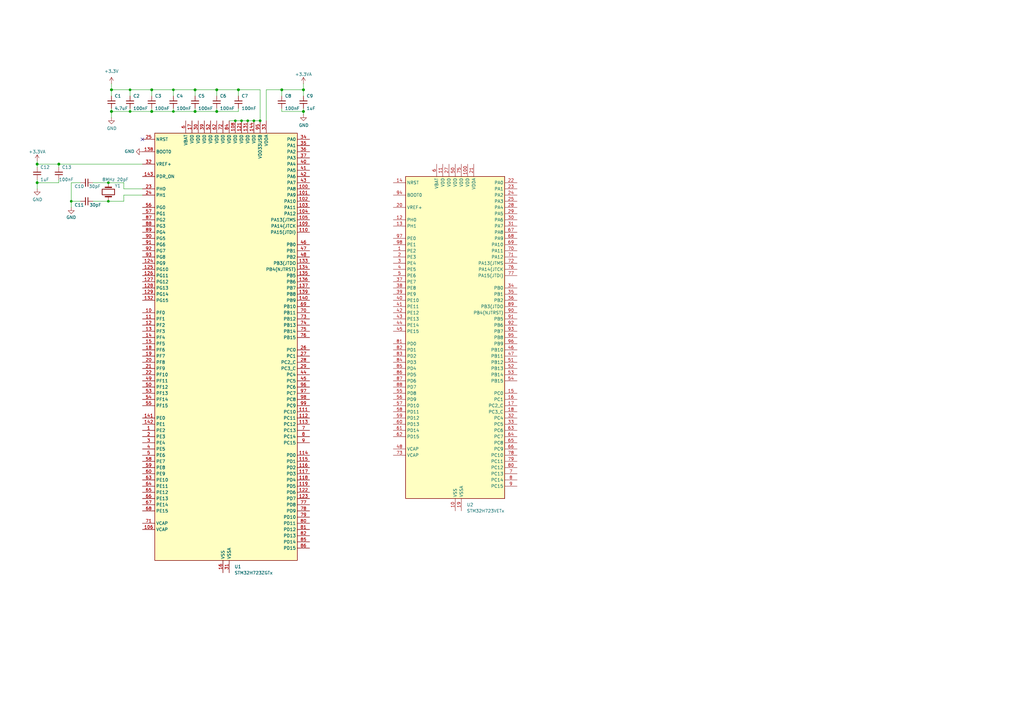
<source format=kicad_sch>
(kicad_sch (version 20231120) (generator "eeschema") (generator_version "8.0")
  (paper "A3")
  (lib_symbols
    (symbol "Device:C_Small" (pin_numbers hide) (pin_names (offset 0.254) hide)
      (property "Reference" "C" (at 0.254 1.778 0))
      (property "Value" "C_Small" (at 0.254 -2.032 0))
      (symbol "C_Small_0_1"
        (polyline (pts (xy -1.524 -0.508) (xy 1.524 -0.508)) (stroke (width 0.3302)))
        (polyline (pts (xy -1.524 0.508) (xy 1.524 0.508)) (stroke (width 0.3048)))
      )
      (symbol "C_Small_1_1"
        (pin passive line (at 0 2.54 270) (length 2.032) (name "~") (number "1"))
        (pin passive line (at 0 -2.54 90) (length 2.032) (name "~") (number "2"))
      )
    )
    (symbol "Device:Crystal" (pin_numbers hide) (pin_names (offset 1.016) hide)
      (property "Reference" "Y" (at 0 3.81 0))
      (property "Value" "Crystal" (at 0 -3.81 0))
      (symbol "Crystal_0_1"
        (rectangle (start -1.143 2.54) (end 1.143 -2.54) (stroke (width 0.3048)))
        (polyline (pts (xy -2.54 0) (xy -1.905 0)))
        (polyline (pts (xy -1.905 -1.27) (xy -1.905 1.27)) (stroke (width 0.508)))
        (polyline (pts (xy 1.905 -1.27) (xy 1.905 1.27)) (stroke (width 0.508)))
        (polyline (pts (xy 2.54 0) (xy 1.905 0)))
      )
      (symbol "Crystal_1_1"
        (pin passive line (at -3.81 0 0) (length 1.27) (name "1") (number "1"))
        (pin passive line (at 3.81 0 180) (length 1.27) (name "2") (number "2"))
      )
    )
    (symbol "MCU_ST_STM32H7:STM32H723VETx"
      (property "Reference" "U" (at -20.32 67.31 0))
      (property "Value" "STM32H723VETx" (at 10.16 67.31 0))
      (symbol "STM32H723VETx_0_1"
        (rectangle (start -20.32 -66.04) (end 20.32 66.04) (stroke (width 0.254)) (fill (type background)))
      )
      (symbol "STM32H723VETx_1_1"
        (pin bidirectional line (at -25.4 35.56 0) (length 5.08) (name "PE2") (number "1"))
        (pin power_in line (at 0 -71.12 90) (length 5.08) (name "VSS") (number "10"))
        (pin power_in line (at 5.08 71.12 270) (length 5.08) (name "VDD") (number "100"))
        (pin power_in line (at -5.08 71.12 270) (length 5.08) (name "VDD") (number "11"))
        (pin bidirectional line (at -25.4 48.26 0) (length 5.08) (name "PH0") (number "12"))
        (pin bidirectional line (at -25.4 45.72 0) (length 5.08) (name "PH1") (number "13"))
        (pin input line (at -25.4 63.5 0) (length 5.08) (name "NRST") (number "14"))
        (pin bidirectional line (at 25.4 -22.86 180) (length 5.08) (name "PC0") (number "15"))
        (pin bidirectional line (at 25.4 -25.4 180) (length 5.08) (name "PC1") (number "16"))
        (pin bidirectional line (at 25.4 -27.94 180) (length 5.08) (name "PC2_C") (number "17"))
        (pin bidirectional line (at 25.4 -30.48 180) (length 5.08) (name "PC3_C") (number "18"))
        (pin power_in line (at 2.54 -71.12 90) (length 5.08) (name "VSSA") (number "19"))
        (pin bidirectional line (at -25.4 33.02 0) (length 5.08) (name "PE3") (number "2"))
        (pin input line (at -25.4 53.34 0) (length 5.08) (name "VREF+") (number "20"))
        (pin power_in line (at 7.62 71.12 270) (length 5.08) (name "VDDA") (number "21"))
        (pin bidirectional line (at 25.4 63.5 180) (length 5.08) (name "PA0") (number "22"))
        (pin bidirectional line (at 25.4 60.96 180) (length 5.08) (name "PA1") (number "23"))
        (pin bidirectional line (at 25.4 58.42 180) (length 5.08) (name "PA2") (number "24"))
        (pin bidirectional line (at 25.4 55.88 180) (length 5.08) (name "PA3") (number "25"))
        (pin passive line (at 0 -71.12 90) (length 5.08) hide (name "VSS") (number "26"))
        (pin power_in line (at -2.54 71.12 270) (length 5.08) (name "VDD") (number "27"))
        (pin bidirectional line (at 25.4 53.34 180) (length 5.08) (name "PA4") (number "28"))
        (pin bidirectional line (at 25.4 50.8 180) (length 5.08) (name "PA5") (number "29"))
        (pin bidirectional line (at -25.4 30.48 0) (length 5.08) (name "PE4") (number "3"))
        (pin bidirectional line (at 25.4 48.26 180) (length 5.08) (name "PA6") (number "30"))
        (pin bidirectional line (at 25.4 45.72 180) (length 5.08) (name "PA7") (number "31"))
        (pin bidirectional line (at 25.4 -33.02 180) (length 5.08) (name "PC4") (number "32"))
        (pin bidirectional line (at 25.4 -35.56 180) (length 5.08) (name "PC5") (number "33"))
        (pin bidirectional line (at 25.4 20.32 180) (length 5.08) (name "PB0") (number "34"))
        (pin bidirectional line (at 25.4 17.78 180) (length 5.08) (name "PB1") (number "35"))
        (pin bidirectional line (at 25.4 15.24 180) (length 5.08) (name "PB2") (number "36"))
        (pin bidirectional line (at -25.4 22.86 0) (length 5.08) (name "PE7") (number "37"))
        (pin bidirectional line (at -25.4 20.32 0) (length 5.08) (name "PE8") (number "38"))
        (pin bidirectional line (at -25.4 17.78 0) (length 5.08) (name "PE9") (number "39"))
        (pin bidirectional line (at -25.4 27.94 0) (length 5.08) (name "PE5") (number "4"))
        (pin bidirectional line (at -25.4 15.24 0) (length 5.08) (name "PE10") (number "40"))
        (pin bidirectional line (at -25.4 12.7 0) (length 5.08) (name "PE11") (number "41"))
        (pin bidirectional line (at -25.4 10.16 0) (length 5.08) (name "PE12") (number "42"))
        (pin bidirectional line (at -25.4 7.62 0) (length 5.08) (name "PE13") (number "43"))
        (pin bidirectional line (at -25.4 5.08 0) (length 5.08) (name "PE14") (number "44"))
        (pin bidirectional line (at -25.4 2.54 0) (length 5.08) (name "PE15") (number "45"))
        (pin bidirectional line (at 25.4 -5.08 180) (length 5.08) (name "PB10") (number "46"))
        (pin bidirectional line (at 25.4 -7.62 180) (length 5.08) (name "PB11") (number "47"))
        (pin power_out line (at -25.4 -45.72 0) (length 5.08) (name "VCAP") (number "48"))
        (pin passive line (at 0 -71.12 90) (length 5.08) hide (name "VSS") (number "49"))
        (pin bidirectional line (at -25.4 25.4 0) (length 5.08) (name "PE6") (number "5"))
        (pin power_in line (at 0 71.12 270) (length 5.08) (name "VDD") (number "50"))
        (pin bidirectional line (at 25.4 -10.16 180) (length 5.08) (name "PB12") (number "51"))
        (pin bidirectional line (at 25.4 -12.7 180) (length 5.08) (name "PB13") (number "52"))
        (pin bidirectional line (at 25.4 -15.24 180) (length 5.08) (name "PB14") (number "53"))
        (pin bidirectional line (at 25.4 -17.78 180) (length 5.08) (name "PB15") (number "54"))
        (pin bidirectional line (at -25.4 -22.86 0) (length 5.08) (name "PD8") (number "55"))
        (pin bidirectional line (at -25.4 -25.4 0) (length 5.08) (name "PD9") (number "56"))
        (pin bidirectional line (at -25.4 -27.94 0) (length 5.08) (name "PD10") (number "57"))
        (pin bidirectional line (at -25.4 -30.48 0) (length 5.08) (name "PD11") (number "58"))
        (pin bidirectional line (at -25.4 -33.02 0) (length 5.08) (name "PD12") (number "59"))
        (pin power_in line (at -7.62 71.12 270) (length 5.08) (name "VBAT") (number "6"))
        (pin bidirectional line (at -25.4 -35.56 0) (length 5.08) (name "PD13") (number "60"))
        (pin bidirectional line (at -25.4 -38.1 0) (length 5.08) (name "PD14") (number "61"))
        (pin bidirectional line (at -25.4 -40.64 0) (length 5.08) (name "PD15") (number "62"))
        (pin bidirectional line (at 25.4 -38.1 180) (length 5.08) (name "PC6") (number "63"))
        (pin bidirectional line (at 25.4 -40.64 180) (length 5.08) (name "PC7") (number "64"))
        (pin bidirectional line (at 25.4 -43.18 180) (length 5.08) (name "PC8") (number "65"))
        (pin bidirectional line (at 25.4 -45.72 180) (length 5.08) (name "PC9") (number "66"))
        (pin bidirectional line (at 25.4 43.18 180) (length 5.08) (name "PA8") (number "67"))
        (pin bidirectional line (at 25.4 40.64 180) (length 5.08) (name "PA9") (number "68"))
        (pin bidirectional line (at 25.4 38.1 180) (length 5.08) (name "PA10") (number "69"))
        (pin bidirectional line (at 25.4 -55.88 180) (length 5.08) (name "PC13") (number "7"))
        (pin bidirectional line (at 25.4 35.56 180) (length 5.08) (name "PA11") (number "70"))
        (pin bidirectional line (at 25.4 33.02 180) (length 5.08) (name "PA12") (number "71"))
        (pin bidirectional line (at 25.4 30.48 180) (length 5.08) (name "PA13(JTMS") (number "72"))
        (pin power_out line (at -25.4 -48.26 0) (length 5.08) (name "VCAP") (number "73"))
        (pin passive line (at 0 -71.12 90) (length 5.08) hide (name "VSS") (number "74"))
        (pin power_in line (at 2.54 71.12 270) (length 5.08) (name "VDD") (number "75"))
        (pin bidirectional line (at 25.4 27.94 180) (length 5.08) (name "PA14(JTCK") (number "76"))
        (pin bidirectional line (at 25.4 25.4 180) (length 5.08) (name "PA15(JTDI)") (number "77"))
        (pin bidirectional line (at 25.4 -48.26 180) (length 5.08) (name "PC10") (number "78"))
        (pin bidirectional line (at 25.4 -50.8 180) (length 5.08) (name "PC11") (number "79"))
        (pin bidirectional line (at 25.4 -58.42 180) (length 5.08) (name "PC14") (number "8"))
        (pin bidirectional line (at 25.4 -53.34 180) (length 5.08) (name "PC12") (number "80"))
        (pin bidirectional line (at -25.4 -2.54 0) (length 5.08) (name "PD0") (number "81"))
        (pin bidirectional line (at -25.4 -5.08 0) (length 5.08) (name "PD1") (number "82"))
        (pin bidirectional line (at -25.4 -7.62 0) (length 5.08) (name "PD2") (number "83"))
        (pin bidirectional line (at -25.4 -10.16 0) (length 5.08) (name "PD3") (number "84"))
        (pin bidirectional line (at -25.4 -12.7 0) (length 5.08) (name "PD4") (number "85"))
        (pin bidirectional line (at -25.4 -15.24 0) (length 5.08) (name "PD5") (number "86"))
        (pin bidirectional line (at -25.4 -17.78 0) (length 5.08) (name "PD6") (number "87"))
        (pin bidirectional line (at -25.4 -20.32 0) (length 5.08) (name "PD7") (number "88"))
        (pin bidirectional line (at 25.4 12.7 180) (length 5.08) (name "PB3(JTDO") (number "89"))
        (pin bidirectional line (at 25.4 -60.96 180) (length 5.08) (name "PC15") (number "9"))
        (pin bidirectional line (at 25.4 10.16 180) (length 5.08) (name "PB4(NJTRST)") (number "90"))
        (pin bidirectional line (at 25.4 7.62 180) (length 5.08) (name "PB5") (number "91"))
        (pin bidirectional line (at 25.4 5.08 180) (length 5.08) (name "PB6") (number "92"))
        (pin bidirectional line (at 25.4 2.54 180) (length 5.08) (name "PB7") (number "93"))
        (pin input line (at -25.4 58.42 0) (length 5.08) (name "BOOT0") (number "94"))
        (pin bidirectional line (at 25.4 0 180) (length 5.08) (name "PB8") (number "95"))
        (pin bidirectional line (at 25.4 -2.54 180) (length 5.08) (name "PB9") (number "96"))
        (pin bidirectional line (at -25.4 40.64 0) (length 5.08) (name "PE0") (number "97"))
        (pin bidirectional line (at -25.4 38.1 0) (length 5.08) (name "PE1") (number "98"))
        (pin passive line (at 0 -71.12 90) (length 5.08) hide (name "VSS") (number "99"))
      )
    )
    (symbol "MCU_ST_STM32H7:STM32H723ZGTx"
      (property "Reference" "U" (at -27.94 90.17 0))
      (property "Value" "STM32H723ZGTx" (at 20.32 90.17 0))
      (symbol "STM32H723ZGTx_0_1"
        (rectangle (start -27.94 -86.36) (end 30.48 88.9) (stroke (width 0.254)) (fill (type background)))
      )
      (symbol "STM32H723ZGTx_1_1"
        (pin bidirectional line (at -33.02 -33.02 0) (length 5.08) (name "PE2") (number "1"))
        (pin bidirectional line (at -33.02 15.24 0) (length 5.08) (name "PF0") (number "10"))
        (pin bidirectional line (at 35.56 66.04 180) (length 5.08) (name "PA8") (number "100"))
        (pin bidirectional line (at 35.56 63.5 180) (length 5.08) (name "PA9") (number "101"))
        (pin bidirectional line (at 35.56 60.96 180) (length 5.08) (name "PA10") (number "102"))
        (pin bidirectional line (at 35.56 58.42 180) (length 5.08) (name "PA11") (number "103"))
        (pin bidirectional line (at 35.56 55.88 180) (length 5.08) (name "PA12") (number "104"))
        (pin bidirectional line (at 35.56 53.34 180) (length 5.08) (name "PA13(JTMS") (number "105"))
        (pin power_out line (at -33.02 -73.66 0) (length 5.08) (name "VCAP") (number "106"))
        (pin passive line (at 0 -91.44 90) (length 5.08) hide (name "VSS") (number "107"))
        (pin power_in line (at 5.08 93.98 270) (length 5.08) (name "VDD") (number "108"))
        (pin bidirectional line (at 35.56 50.8 180) (length 5.08) (name "PA14(JTCK") (number "109"))
        (pin bidirectional line (at -33.02 12.7 0) (length 5.08) (name "PF1") (number "11"))
        (pin bidirectional line (at 35.56 48.26 180) (length 5.08) (name "PA15(JTDI)") (number "110"))
        (pin bidirectional line (at 35.56 -25.4 180) (length 5.08) (name "PC10") (number "111"))
        (pin bidirectional line (at 35.56 -27.94 180) (length 5.08) (name "PC11") (number "112"))
        (pin bidirectional line (at 35.56 -30.48 180) (length 5.08) (name "PC12") (number "113"))
        (pin bidirectional line (at 35.56 -43.18 180) (length 5.08) (name "PD0") (number "114"))
        (pin bidirectional line (at 35.56 -45.72 180) (length 5.08) (name "PD1") (number "115"))
        (pin bidirectional line (at 35.56 -48.26 180) (length 5.08) (name "PD2") (number "116"))
        (pin bidirectional line (at 35.56 -50.8 180) (length 5.08) (name "PD3") (number "117"))
        (pin bidirectional line (at 35.56 -53.34 180) (length 5.08) (name "PD4") (number "118"))
        (pin bidirectional line (at 35.56 -55.88 180) (length 5.08) (name "PD5") (number "119"))
        (pin bidirectional line (at -33.02 10.16 0) (length 5.08) (name "PF2") (number "12"))
        (pin passive line (at 0 -91.44 90) (length 5.08) hide (name "VSS") (number "120"))
        (pin power_in line (at 7.62 93.98 270) (length 5.08) (name "VDD") (number "121"))
        (pin bidirectional line (at 35.56 -58.42 180) (length 5.08) (name "PD6") (number "122"))
        (pin bidirectional line (at 35.56 -60.96 180) (length 5.08) (name "PD7") (number "123"))
        (pin bidirectional line (at -33.02 35.56 0) (length 5.08) (name "PG9") (number "124"))
        (pin bidirectional line (at -33.02 33.02 0) (length 5.08) (name "PG10") (number "125"))
        (pin bidirectional line (at -33.02 30.48 0) (length 5.08) (name "PG11") (number "126"))
        (pin bidirectional line (at -33.02 27.94 0) (length 5.08) (name "PG12") (number "127"))
        (pin bidirectional line (at -33.02 25.4 0) (length 5.08) (name "PG13") (number "128"))
        (pin bidirectional line (at -33.02 22.86 0) (length 5.08) (name "PG14") (number "129"))
        (pin bidirectional line (at -33.02 7.62 0) (length 5.08) (name "PF3") (number "13"))
        (pin passive line (at 0 -91.44 90) (length 5.08) hide (name "VSS") (number "130"))
        (pin power_in line (at 10.16 93.98 270) (length 5.08) (name "VDD") (number "131"))
        (pin bidirectional line (at -33.02 20.32 0) (length 5.08) (name "PG15") (number "132"))
        (pin bidirectional line (at 35.56 35.56 180) (length 5.08) (name "PB3(JTDO") (number "133"))
        (pin bidirectional line (at 35.56 33.02 180) (length 5.08) (name "PB4(NJTRST)") (number "134"))
        (pin bidirectional line (at 35.56 30.48 180) (length 5.08) (name "PB5") (number "135"))
        (pin bidirectional line (at 35.56 27.94 180) (length 5.08) (name "PB6") (number "136"))
        (pin bidirectional line (at 35.56 25.4 180) (length 5.08) (name "PB7") (number "137"))
        (pin input line (at -33.02 81.28 0) (length 5.08) (name "BOOT0") (number "138"))
        (pin bidirectional line (at 35.56 22.86 180) (length 5.08) (name "PB8") (number "139"))
        (pin bidirectional line (at -33.02 5.08 0) (length 5.08) (name "PF4") (number "14"))
        (pin bidirectional line (at 35.56 20.32 180) (length 5.08) (name "PB9") (number "140"))
        (pin bidirectional line (at -33.02 -27.94 0) (length 5.08) (name "PE0") (number "141"))
        (pin bidirectional line (at -33.02 -30.48 0) (length 5.08) (name "PE1") (number "142"))
        (pin input line (at -33.02 71.12 0) (length 5.08) (name "PDR_ON") (number "143"))
        (pin power_in line (at 12.7 93.98 270) (length 5.08) (name "VDD") (number "144"))
        (pin bidirectional line (at -33.02 2.54 0) (length 5.08) (name "PF5") (number "15"))
        (pin power_in line (at 0 -91.44 90) (length 5.08) (name "VSS") (number "16"))
        (pin power_in line (at -12.7 93.98 270) (length 5.08) (name "VDD") (number "17"))
        (pin bidirectional line (at -33.02 0 0) (length 5.08) (name "PF6") (number "18"))
        (pin bidirectional line (at -33.02 -2.54 0) (length 5.08) (name "PF7") (number "19"))
        (pin bidirectional line (at -33.02 -35.56 0) (length 5.08) (name "PE3") (number "2"))
        (pin bidirectional line (at -33.02 -5.08 0) (length 5.08) (name "PF8") (number "20"))
        (pin bidirectional line (at -33.02 -7.62 0) (length 5.08) (name "PF9") (number "21"))
        (pin bidirectional line (at -33.02 -10.16 0) (length 5.08) (name "PF10") (number "22"))
        (pin bidirectional line (at -33.02 66.04 0) (length 5.08) (name "PH0") (number "23"))
        (pin bidirectional line (at -33.02 63.5 0) (length 5.08) (name "PH1") (number "24"))
        (pin input line (at -33.02 86.36 0) (length 5.08) (name "NRST") (number "25"))
        (pin bidirectional line (at 35.56 0 180) (length 5.08) (name "PC0") (number "26"))
        (pin bidirectional line (at 35.56 -2.54 180) (length 5.08) (name "PC1") (number "27"))
        (pin bidirectional line (at 35.56 -5.08 180) (length 5.08) (name "PC2_C") (number "28"))
        (pin bidirectional line (at 35.56 -7.62 180) (length 5.08) (name "PC3_C") (number "29"))
        (pin bidirectional line (at -33.02 -38.1 0) (length 5.08) (name "PE4") (number "3"))
        (pin power_in line (at -10.16 93.98 270) (length 5.08) (name "VDD") (number "30"))
        (pin power_in line (at 2.54 -91.44 90) (length 5.08) (name "VSSA") (number "31"))
        (pin input line (at -33.02 76.2 0) (length 5.08) (name "VREF+") (number "32"))
        (pin power_in line (at 17.78 93.98 270) (length 5.08) (name "VDDA") (number "33"))
        (pin bidirectional line (at 35.56 86.36 180) (length 5.08) (name "PA0") (number "34"))
        (pin bidirectional line (at 35.56 83.82 180) (length 5.08) (name "PA1") (number "35"))
        (pin bidirectional line (at 35.56 81.28 180) (length 5.08) (name "PA2") (number "36"))
        (pin bidirectional line (at 35.56 78.74 180) (length 5.08) (name "PA3") (number "37"))
        (pin passive line (at 0 -91.44 90) (length 5.08) hide (name "VSS") (number "38"))
        (pin power_in line (at -7.62 93.98 270) (length 5.08) (name "VDD") (number "39"))
        (pin bidirectional line (at -33.02 -40.64 0) (length 5.08) (name "PE5") (number "4"))
        (pin bidirectional line (at 35.56 76.2 180) (length 5.08) (name "PA4") (number "40"))
        (pin bidirectional line (at 35.56 73.66 180) (length 5.08) (name "PA5") (number "41"))
        (pin bidirectional line (at 35.56 71.12 180) (length 5.08) (name "PA6") (number "42"))
        (pin bidirectional line (at 35.56 68.58 180) (length 5.08) (name "PA7") (number "43"))
        (pin bidirectional line (at 35.56 -10.16 180) (length 5.08) (name "PC4") (number "44"))
        (pin bidirectional line (at 35.56 -12.7 180) (length 5.08) (name "PC5") (number "45"))
        (pin bidirectional line (at 35.56 43.18 180) (length 5.08) (name "PB0") (number "46"))
        (pin bidirectional line (at 35.56 40.64 180) (length 5.08) (name "PB1") (number "47"))
        (pin bidirectional line (at 35.56 38.1 180) (length 5.08) (name "PB2") (number "48"))
        (pin bidirectional line (at -33.02 -12.7 0) (length 5.08) (name "PF11") (number "49"))
        (pin bidirectional line (at -33.02 -43.18 0) (length 5.08) (name "PE6") (number "5"))
        (pin bidirectional line (at -33.02 -15.24 0) (length 5.08) (name "PF12") (number "50"))
        (pin passive line (at 0 -91.44 90) (length 5.08) hide (name "VSS") (number "51"))
        (pin power_in line (at -5.08 93.98 270) (length 5.08) (name "VDD") (number "52"))
        (pin bidirectional line (at -33.02 -17.78 0) (length 5.08) (name "PF13") (number "53"))
        (pin bidirectional line (at -33.02 -20.32 0) (length 5.08) (name "PF14") (number "54"))
        (pin bidirectional line (at -33.02 -22.86 0) (length 5.08) (name "PF15") (number "55"))
        (pin bidirectional line (at -33.02 58.42 0) (length 5.08) (name "PG0") (number "56"))
        (pin bidirectional line (at -33.02 55.88 0) (length 5.08) (name "PG1") (number "57"))
        (pin bidirectional line (at -33.02 -45.72 0) (length 5.08) (name "PE7") (number "58"))
        (pin bidirectional line (at -33.02 -48.26 0) (length 5.08) (name "PE8") (number "59"))
        (pin power_in line (at -15.24 93.98 270) (length 5.08) (name "VBAT") (number "6"))
        (pin bidirectional line (at -33.02 -50.8 0) (length 5.08) (name "PE9") (number "60"))
        (pin passive line (at 0 -91.44 90) (length 5.08) hide (name "VSS") (number "61"))
        (pin power_in line (at -2.54 93.98 270) (length 5.08) (name "VDD") (number "62"))
        (pin bidirectional line (at -33.02 -53.34 0) (length 5.08) (name "PE10") (number "63"))
        (pin bidirectional line (at -33.02 -55.88 0) (length 5.08) (name "PE11") (number "64"))
        (pin bidirectional line (at -33.02 -58.42 0) (length 5.08) (name "PE12") (number "65"))
        (pin bidirectional line (at -33.02 -60.96 0) (length 5.08) (name "PE13") (number "66"))
        (pin bidirectional line (at -33.02 -63.5 0) (length 5.08) (name "PE14") (number "67"))
        (pin bidirectional line (at -33.02 -66.04 0) (length 5.08) (name "PE15") (number "68"))
        (pin bidirectional line (at 35.56 17.78 180) (length 5.08) (name "PB10") (number "69"))
        (pin bidirectional line (at 35.56 -33.02 180) (length 5.08) (name "PC13") (number "7"))
        (pin bidirectional line (at 35.56 15.24 180) (length 5.08) (name "PB11") (number "70"))
        (pin power_out line (at -33.02 -71.12 0) (length 5.08) (name "VCAP") (number "71"))
        (pin power_in line (at 0 93.98 270) (length 5.08) (name "VDD") (number "72"))
        (pin bidirectional line (at 35.56 12.7 180) (length 5.08) (name "PB12") (number "73"))
        (pin bidirectional line (at 35.56 10.16 180) (length 5.08) (name "PB13") (number "74"))
        (pin bidirectional line (at 35.56 7.62 180) (length 5.08) (name "PB14") (number "75"))
        (pin bidirectional line (at 35.56 5.08 180) (length 5.08) (name "PB15") (number "76"))
        (pin bidirectional line (at 35.56 -63.5 180) (length 5.08) (name "PD8") (number "77"))
        (pin bidirectional line (at 35.56 -66.04 180) (length 5.08) (name "PD9") (number "78"))
        (pin bidirectional line (at 35.56 -68.58 180) (length 5.08) (name "PD10") (number "79"))
        (pin bidirectional line (at 35.56 -35.56 180) (length 5.08) (name "PC14") (number "8"))
        (pin bidirectional line (at 35.56 -71.12 180) (length 5.08) (name "PD11") (number "80"))
        (pin bidirectional line (at 35.56 -73.66 180) (length 5.08) (name "PD12") (number "81"))
        (pin bidirectional line (at 35.56 -76.2 180) (length 5.08) (name "PD13") (number "82"))
        (pin passive line (at 0 -91.44 90) (length 5.08) hide (name "VSS") (number "83"))
        (pin power_in line (at 2.54 93.98 270) (length 5.08) (name "VDD") (number "84"))
        (pin bidirectional line (at 35.56 -78.74 180) (length 5.08) (name "PD14") (number "85"))
        (pin bidirectional line (at 35.56 -81.28 180) (length 5.08) (name "PD15") (number "86"))
        (pin bidirectional line (at -33.02 53.34 0) (length 5.08) (name "PG2") (number "87"))
        (pin bidirectional line (at -33.02 50.8 0) (length 5.08) (name "PG3") (number "88"))
        (pin bidirectional line (at -33.02 48.26 0) (length 5.08) (name "PG4") (number "89"))
        (pin bidirectional line (at 35.56 -38.1 180) (length 5.08) (name "PC15") (number "9"))
        (pin bidirectional line (at -33.02 45.72 0) (length 5.08) (name "PG5") (number "90"))
        (pin bidirectional line (at -33.02 43.18 0) (length 5.08) (name "PG6") (number "91"))
        (pin bidirectional line (at -33.02 40.64 0) (length 5.08) (name "PG7") (number "92"))
        (pin bidirectional line (at -33.02 38.1 0) (length 5.08) (name "PG8") (number "93"))
        (pin passive line (at 0 -91.44 90) (length 5.08) hide (name "VSS") (number "94"))
        (pin power_in line (at 15.24 93.98 270) (length 5.08) (name "VDD33USB") (number "95"))
        (pin bidirectional line (at 35.56 -15.24 180) (length 5.08) (name "PC6") (number "96"))
        (pin bidirectional line (at 35.56 -17.78 180) (length 5.08) (name "PC7") (number "97"))
        (pin bidirectional line (at 35.56 -20.32 180) (length 5.08) (name "PC8") (number "98"))
        (pin bidirectional line (at 35.56 -22.86 180) (length 5.08) (name "PC9") (number "99"))
      )
    )
    (symbol "power:+3.3V" (power) (pin_numbers hide) (pin_names (offset 0) hide)
      (property "Value" "+3.3V" (at 0 3.556 0))
      (symbol "+3.3V_0_1"
        (polyline (pts (xy -0.762 1.27) (xy 0 2.54)))
        (polyline (pts (xy 0 0) (xy 0 2.54)))
        (polyline (pts (xy 0 2.54) (xy 0.762 1.27)))
      )
      (symbol "+3.3V_1_1"
        (pin power_in line (at 0 0 90) (length 0) (name "~") (number "1"))
      )
    )
    (symbol "power:+3.3VA" (power) (pin_numbers hide) (pin_names (offset 0) hide)
      (property "Value" "+3.3VA" (at 0 3.556 0))
      (symbol "+3.3VA_0_1"
        (polyline (pts (xy -0.762 1.27) (xy 0 2.54)))
        (polyline (pts (xy 0 0) (xy 0 2.54)))
        (polyline (pts (xy 0 2.54) (xy 0.762 1.27)))
      )
      (symbol "+3.3VA_1_1"
        (pin power_in line (at 0 0 90) (length 0) (name "~") (number "1"))
      )
    )
    (symbol "power:GND" (power) (pin_numbers hide) (pin_names (offset 0) hide)
      (property "Value" "GND" (at 0 -3.81 0))
      (symbol "GND_0_1"
        (polyline (pts (xy 0 0) (xy 0 -1.27) (xy 1.27 -1.27) (xy 0 -2.54) (xy -1.27 -1.27) (xy 0 -1.27)))
      )
      (symbol "GND_1_1"
        (pin power_in line (at 0 0 270) (length 0) (name "~") (number "1"))
      )
    )
  )
  (junction (at 45.72 45.72) (diameter 1.016))
  (junction (at 104.14 49.53))
  (junction (at 115.57 36.83) (diameter 1.016))
  (junction (at 106.68 49.53))
  (junction (at 29.21 82.55))
  (junction (at 71.12 36.83))
  (junction (at 24.13 67.31) (diameter 1.016))
  (junction (at 15.24 74.93) (diameter 1.016))
  (junction (at 88.9 45.72) (diameter 1.016))
  (junction (at 124.46 45.72) (diameter 1.016))
  (junction (at 101.6 49.53))
  (junction (at 80.01 36.83) (diameter 1.016))
  (junction (at 45.72 36.83) (diameter 1.016))
  (junction (at 62.23 45.72) (diameter 1.016))
  (junction (at 53.34 45.72))
  (junction (at 124.46 36.83) (diameter 1.016))
  (junction (at 99.06 49.53))
  (junction (at 44.45 82.55))
  (junction (at 62.23 36.83) (diameter 1.016))
  (junction (at 80.01 45.72) (diameter 1.016))
  (junction (at 88.9 36.83) (diameter 1.016))
  (junction (at 96.52 49.53))
  (junction (at 97.79 36.83) (diameter 1.016))
  (junction (at 53.34 36.83))
  (junction (at 15.24 67.31) (diameter 1.016))
  (junction (at 71.12 45.72))
  (junction (at 44.45 74.93))
  (no_connect (at 58.42 57.15))
  (wire (pts (xy 80.01 44.45) (xy 80.01 45.72)))
  (wire (pts (xy 15.24 66.04) (xy 15.24 67.31)))
  (wire (pts (xy 50.8 77.47) (xy 58.42 77.47)))
  (wire (pts (xy 88.9 36.83) (xy 97.79 36.83)))
  (wire (pts (xy 124.46 44.45) (xy 124.46 45.72)))
  (wire (pts (xy 29.21 74.93) (xy 29.21 82.55)))
  (wire (pts (xy 97.79 36.83) (xy 106.68 36.83)))
  (wire (pts (xy 71.12 36.83) (xy 80.01 36.83)))
  (wire (pts (xy 45.72 34.29) (xy 45.72 36.83)))
  (wire (pts (xy 88.9 45.72) (xy 97.79 45.72)))
  (wire (pts (xy 38.1 82.55) (xy 44.45 82.55)))
  (wire (pts (xy 80.01 45.72) (xy 88.9 45.72)))
  (wire (pts (xy 45.72 36.83) (xy 53.34 36.83)))
  (wire (pts (xy 71.12 36.83) (xy 71.12 39.37)))
  (wire (pts (xy 24.13 73.66) (xy 24.13 74.93)))
  (wire (pts (xy 115.57 44.45) (xy 115.57 45.72)))
  (wire (pts (xy 45.72 45.72) (xy 53.34 45.72)))
  (wire (pts (xy 53.34 36.83) (xy 53.34 39.37)))
  (wire (pts (xy 62.23 36.83) (xy 71.12 36.83)))
  (wire (pts (xy 96.52 49.53) (xy 99.06 49.53)))
  (wire (pts (xy 50.8 80.01) (xy 50.8 82.55)))
  (wire (pts (xy 44.45 82.55) (xy 50.8 82.55)))
  (wire (pts (xy 15.24 73.66) (xy 15.24 74.93)))
  (wire (pts (xy 50.8 77.47) (xy 50.8 74.93)))
  (wire (pts (xy 62.23 36.83) (xy 62.23 39.37)))
  (wire (pts (xy 58.42 80.01) (xy 50.8 80.01)))
  (wire (pts (xy 99.06 49.53) (xy 101.6 49.53)))
  (wire (pts (xy 88.9 36.83) (xy 88.9 39.37)))
  (wire (pts (xy 124.46 36.83) (xy 124.46 39.37)))
  (wire (pts (xy 115.57 36.83) (xy 124.46 36.83)))
  (wire (pts (xy 24.13 67.31) (xy 24.13 68.58)))
  (wire (pts (xy 124.46 34.29) (xy 124.46 36.83)))
  (wire (pts (xy 29.21 82.55) (xy 29.21 85.09)))
  (wire (pts (xy 33.02 74.93) (xy 29.21 74.93)))
  (wire (pts (xy 15.24 74.93) (xy 24.13 74.93)))
  (wire (pts (xy 80.01 36.83) (xy 88.9 36.83)))
  (wire (pts (xy 124.46 45.72) (xy 124.46 46.99)))
  (wire (pts (xy 45.72 44.45) (xy 45.72 45.72)))
  (wire (pts (xy 115.57 39.37) (xy 115.57 36.83)))
  (wire (pts (xy 101.6 49.53) (xy 104.14 49.53)))
  (wire (pts (xy 71.12 44.45) (xy 71.12 45.72)))
  (wire (pts (xy 71.12 45.72) (xy 80.01 45.72)))
  (wire (pts (xy 15.24 67.31) (xy 24.13 67.31)))
  (wire (pts (xy 115.57 36.83) (xy 109.22 36.83)))
  (wire (pts (xy 45.72 39.37) (xy 45.72 36.83)))
  (wire (pts (xy 93.98 49.53) (xy 96.52 49.53)))
  (wire (pts (xy 53.34 36.83) (xy 62.23 36.83)))
  (wire (pts (xy 104.14 49.53) (xy 106.68 49.53)))
  (wire (pts (xy 38.1 74.93) (xy 44.45 74.93)))
  (wire (pts (xy 53.34 45.72) (xy 62.23 45.72)))
  (wire (pts (xy 53.34 44.45) (xy 53.34 45.72)))
  (wire (pts (xy 109.22 36.83) (xy 109.22 49.53)))
  (wire (pts (xy 97.79 44.45) (xy 97.79 45.72)))
  (wire (pts (xy 106.68 36.83) (xy 106.68 49.53)))
  (wire (pts (xy 29.21 82.55) (xy 33.02 82.55)))
  (wire (pts (xy 45.72 45.72) (xy 45.72 48.26)))
  (wire (pts (xy 80.01 36.83) (xy 80.01 39.37)))
  (wire (pts (xy 88.9 44.45) (xy 88.9 45.72)))
  (wire (pts (xy 62.23 45.72) (xy 71.12 45.72)))
  (wire (pts (xy 15.24 68.58) (xy 15.24 67.31)))
  (wire (pts (xy 50.8 74.93) (xy 44.45 74.93)))
  (wire (pts (xy 97.79 36.83) (xy 97.79 39.37)))
  (wire (pts (xy 115.57 45.72) (xy 124.46 45.72)))
  (wire (pts (xy 62.23 44.45) (xy 62.23 45.72)))
  (wire (pts (xy 24.13 67.31) (xy 58.42 67.31)))
  (wire (pts (xy 15.24 74.93) (xy 15.24 77.47)))
  (symbol (lib_id "Device:C_Small") (at 35.56 82.55 270) (unit 1)
    (property "Reference" "C11" (at 32.512 84.074 90))
    (property "Value" "30pF" (at 39.116 84.074 90))
    (property "Footprint" "Capacitor_SMD:C_0603_1608Metric" (effects (hide yes)))
    (property "Description" "Unpolarized capacitor, small symbol" (effects (hide yes)))
    (property "Part_Number" "C22397" (effects (hide yes)))
  )
  (symbol (lib_id "Device:Crystal") (at 44.45 78.74 90) (unit 1)
    (property "Reference" "Y1" (at 46.99 76.2 90) (effects (justify right)))
    (property "Value" "8MHz 20pF" (at 41.91 73.66 90) (effects (justify right)))
    (property "Footprint" "Crystal:Crystal_SMD_Abracon_ABM3-2Pin_5.0x3.2mm" (effects (hide yes)))
    (property "Description" "Two pin crystal" (effects (hide yes)))
    (property "Part_Number" "C115962" (effects (hide yes)))
  )
  (symbol (lib_id "power:GND") (at 124.46 46.99 0) (unit 1)
    (property "Reference" "#PWR04" (effects (hide yes)))
    (property "Value" "GND" (at 124.587 51.3842 0))
    (property "Description" "Power symbol creates a global label with name \"GND\" , ground" (effects (hide yes)))
  )
  (symbol (lib_id "Device:C_Small") (at 53.34 41.91 180) (unit 1)
    (property "Reference" "C2" (at 54.61 39.3699 0) (effects (justify right)))
    (property "Value" "100nF" (at 54.61 44.4499 0) (effects (justify right)))
    (property "Footprint" "Capacitor_SMD:C_0603_1608Metric" (effects (hide yes)))
    (property "Description" "Unpolarized capacitor, small symbol" (effects (hide yes)))
    (property "Part_Number" "C14663" (effects (hide yes)))
  )
  (symbol (lib_id "Device:C_Small") (at 80.01 41.91 180) (unit 1)
    (property "Reference" "C5" (at 81.28 39.3699 0) (effects (justify right)))
    (property "Value" "100nF" (at 81.28 44.4499 0) (effects (justify right)))
    (property "Footprint" "Capacitor_SMD:C_0603_1608Metric" (effects (hide yes)))
    (property "Description" "Unpolarized capacitor, small symbol" (effects (hide yes)))
    (property "Part_Number" "C14663" (effects (hide yes)))
  )
  (symbol (lib_id "Device:C_Small") (at 35.56 74.93 270) (unit 1)
    (property "Reference" "C10" (at 32.512 76.454 90))
    (property "Value" "30pF" (at 38.862 76.454 90))
    (property "Footprint" "Capacitor_SMD:C_0603_1608Metric" (effects (hide yes)))
    (property "Description" "Unpolarized capacitor, small symbol" (effects (hide yes)))
    (property "Part_Number" "C22397" (effects (hide yes)))
  )
  (symbol (lib_id "Device:C_Small") (at 24.13 71.12 180) (unit 1)
    (property "Reference" "C13" (at 25.4 68.5799 0) (effects (justify right)))
    (property "Value" "100nF" (at 24.13 73.6599 0) (effects (justify right)))
    (property "Footprint" "Capacitor_SMD:C_0603_1608Metric" (effects (hide yes)))
    (property "Description" "Unpolarized capacitor, small symbol" (effects (hide yes)))
    (property "Part_Number" "C14663" (effects (hide yes)))
  )
  (symbol (lib_id "power:+3.3VA") (at 124.46 34.29 0) (unit 1)
    (property "Reference" "#PWR03" (effects (hide yes)))
    (property "Value" "+3.3VA" (at 124.46 30.48 0))
    (property "Description" "Power symbol creates a global label with name \"+3.3VA\"" (effects (hide yes)))
  )
  (symbol (lib_id "Device:C_Small") (at 15.24 71.12 180) (unit 1)
    (property "Reference" "C12" (at 16.51 68.5799 0) (effects (justify right)))
    (property "Value" "1uF" (at 16.51 73.6599 0) (effects (justify right)))
    (property "Footprint" "Capacitor_SMD:C_0603_1608Metric" (effects (hide yes)))
    (property "Description" "Unpolarized capacitor, small symbol" (effects (hide yes)))
    (property "Part_Number" "C15849" (effects (hide yes)))
  )
  (symbol (lib_id "power:GND") (at 15.24 77.47 0) (unit 1)
    (property "Reference" "#PWR07" (effects (hide yes)))
    (property "Value" "GND" (at 15.367 81.8642 0))
    (property "Description" "Power symbol creates a global label with name \"GND\" , ground" (effects (hide yes)))
  )
  (symbol (lib_id "Device:C_Small") (at 62.23 41.91 180) (unit 1)
    (property "Reference" "C3" (at 63.5 39.3699 0) (effects (justify right)))
    (property "Value" "100nF" (at 63.5 44.4499 0) (effects (justify right)))
    (property "Footprint" "Capacitor_SMD:C_0603_1608Metric" (effects (hide yes)))
    (property "Description" "Unpolarized capacitor, small symbol" (effects (hide yes)))
    (property "Part_Number" "C14663" (effects (hide yes)))
  )
  (symbol (lib_id "Device:C_Small") (at 45.72 41.91 180) (unit 1)
    (property "Reference" "C1" (at 46.99 39.3699 0) (effects (justify right)))
    (property "Value" "4.7uF" (at 46.99 44.4499 0) (effects (justify right)))
    (property "Footprint" "Capacitor_SMD:C_0603_1608Metric" (effects (hide yes)))
    (property "Description" "Unpolarized capacitor, small symbol" (effects (hide yes)))
    (property "Part_Number" "C19666" (effects (hide yes)))
  )
  (symbol (lib_id "MCU_ST_STM32H7:STM32H723VETx") (at 186.69 138.43 0) (unit 1)
    (property "Reference" "U2" (at 191.4241 207.01 0) (effects (justify left)))
    (property "Value" "STM32H723VETx" (at 191.4241 209.55 0) (effects (justify left)))
    (property "Footprint" "Package_QFP:LQFP-100_14x14mm_P0.5mm" (effects (hide yes)))
    (property "Datasheet" "https://www.st.com/resource/en/datasheet/stm32h723ve.pdf" (effects (hide yes)))
    (property "Description" "STMicroelectronics Arm Cortex-M7 MCU, 512KB flash, 564KB RAM, 550 MHz, 1.71-3.6V, 82 GPIO, LQFP100" (effects (hide yes)))
  )
  (symbol (lib_id "Device:C_Small") (at 124.46 41.91 180) (unit 1)
    (property "Reference" "C9" (at 125.73 39.3699 0) (effects (justify right)))
    (property "Value" "1uF" (at 125.73 44.4499 0) (effects (justify right)))
    (property "Footprint" "Capacitor_SMD:C_0603_1608Metric" (effects (hide yes)))
    (property "Description" "Unpolarized capacitor, small symbol" (effects (hide yes)))
    (property "Part_Number" "C15849" (effects (hide yes)))
  )
  (symbol (lib_id "Device:C_Small") (at 115.57 41.91 180) (unit 1)
    (property "Reference" "C8" (at 116.84 39.3699 0) (effects (justify right)))
    (property "Value" "100nF" (at 116.84 44.4499 0) (effects (justify right)))
    (property "Footprint" "Capacitor_SMD:C_0603_1608Metric" (effects (hide yes)))
    (property "Description" "Unpolarized capacitor, small symbol" (effects (hide yes)))
    (property "Part_Number" "C57112" (effects (hide yes)))
  )
  (symbol (lib_id "power:GND") (at 58.42 62.23 270) (mirror x) (unit 1)
    (property "Reference" "#PWR08" (effects (hide yes)))
    (property "Value" "GND" (at 55.1688 62.103 90) (effects (justify right)))
    (property "Description" "Power symbol creates a global label with name \"GND\" , ground" (effects (hide yes)))
  )
  (symbol (lib_id "power:+3.3V") (at 45.72 34.29 0) (unit 1)
    (property "Reference" "#PWR01" (effects (hide yes)))
    (property "Value" "+3.3V" (at 45.72 29.21 0))
    (property "Description" "Power symbol creates a global label with name \"+3.3V\"" (effects (hide yes)))
  )
  (symbol (lib_id "power:+3.3VA") (at 15.24 66.04 0) (unit 1)
    (property "Reference" "#PWR06" (effects (hide yes)))
    (property "Value" "+3.3VA" (at 15.24 62.23 0))
    (property "Description" "Power symbol creates a global label with name \"+3.3VA\"" (effects (hide yes)))
  )
  (symbol (lib_id "Device:C_Small") (at 97.79 41.91 180) (unit 1)
    (property "Reference" "C7" (at 99.06 39.3699 0) (effects (justify right)))
    (property "Value" "100nF" (at 99.06 44.4499 0) (effects (justify right)))
    (property "Footprint" "Capacitor_SMD:C_0603_1608Metric" (effects (hide yes)))
    (property "Description" "Unpolarized capacitor, small symbol" (effects (hide yes)))
    (property "Part_Number" "C14663" (effects (hide yes)))
  )
  (symbol (lib_id "MCU_ST_STM32H7:STM32H723ZGTx") (at 91.44 143.51 0) (unit 1)
    (property "Reference" "U1" (at 96.1741 232.41 0) (effects (justify left)))
    (property "Value" "STM32H723ZGTx" (at 96.1741 234.95 0) (effects (justify left)))
    (property "Footprint" "Package_QFP:LQFP-144_20x20mm_P0.5mm" (effects (hide yes)))
    (property "Datasheet" "https://www.st.com/resource/en/datasheet/stm32h723zg.pdf" (effects (hide yes)))
    (property "Description" "STMicroelectronics Arm Cortex-M7 MCU, 1024KB flash, 564KB RAM, 550 MHz, 1.62-3.6V, 114 GPIO, LQFP144" (effects (hide yes)))
  )
  (symbol (lib_id "power:GND") (at 45.72 48.26 0) (unit 1)
    (property "Reference" "#PWR02" (effects (hide yes)))
    (property "Value" "GND" (at 45.847 52.6542 0))
    (property "Description" "Power symbol creates a global label with name \"GND\" , ground" (effects (hide yes)))
  )
  (symbol (lib_id "Device:C_Small") (at 71.12 41.91 180) (unit 1)
    (property "Reference" "C4" (at 72.39 39.3699 0) (effects (justify right)))
    (property "Value" "100nF" (at 72.39 44.4499 0) (effects (justify right)))
    (property "Footprint" "Capacitor_SMD:C_0603_1608Metric" (effects (hide yes)))
    (property "Description" "Unpolarized capacitor, small symbol" (effects (hide yes)))
    (property "Part_Number" "C14663" (effects (hide yes)))
  )
  (symbol (lib_id "Device:C_Small") (at 88.9 41.91 180) (unit 1)
    (property "Reference" "C6" (at 90.17 39.3699 0) (effects (justify right)))
    (property "Value" "100nF" (at 90.17 44.4499 0) (effects (justify right)))
    (property "Footprint" "Capacitor_SMD:C_0603_1608Metric" (effects (hide yes)))
    (property "Description" "Unpolarized capacitor, small symbol" (effects (hide yes)))
    (property "Part_Number" "C14663" (effects (hide yes)))
  )
  (symbol (lib_id "power:GND") (at 29.21 85.09 0) (unit 1)
    (property "Reference" "#PWR05" (effects (hide yes)))
    (property "Value" "GND" (at 29.21 89.154 0))
    (property "Description" "Power symbol creates a global label with name \"GND\" , ground" (effects (hide yes)))
  )
)
</source>
